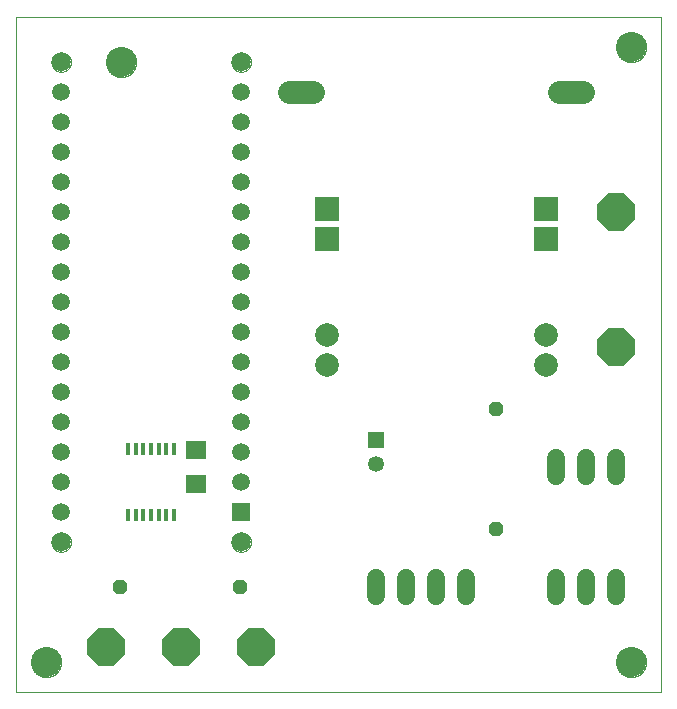
<source format=gbs>
G75*
%MOIN*%
%OFA0B0*%
%FSLAX25Y25*%
%IPPOS*%
%LPD*%
%AMOC8*
5,1,8,0,0,1.08239X$1,22.5*
%
%ADD10C,0.00000*%
%ADD11C,0.10000*%
%ADD12C,0.07800*%
%ADD13R,0.05906X0.05906*%
%ADD14C,0.05906*%
%ADD15C,0.06500*%
%ADD16OC8,0.12500*%
%ADD17R,0.01378X0.03937*%
%ADD18C,0.07874*%
%ADD19R,0.07874X0.07874*%
%ADD20C,0.06000*%
%ADD21R,0.05315X0.05315*%
%ADD22C,0.05315*%
%ADD23OC8,0.04800*%
%ADD24R,0.07098X0.06299*%
D10*
X0002667Y0001256D02*
X0002667Y0226217D01*
X0217667Y0226256D01*
X0217667Y0001256D01*
X0002667Y0001256D01*
X0007667Y0011256D02*
X0007669Y0011397D01*
X0007675Y0011538D01*
X0007685Y0011678D01*
X0007699Y0011818D01*
X0007717Y0011958D01*
X0007738Y0012097D01*
X0007764Y0012236D01*
X0007793Y0012374D01*
X0007827Y0012510D01*
X0007864Y0012646D01*
X0007905Y0012781D01*
X0007950Y0012915D01*
X0007999Y0013047D01*
X0008051Y0013178D01*
X0008107Y0013307D01*
X0008167Y0013434D01*
X0008230Y0013560D01*
X0008296Y0013684D01*
X0008367Y0013807D01*
X0008440Y0013927D01*
X0008517Y0014045D01*
X0008597Y0014161D01*
X0008681Y0014274D01*
X0008767Y0014385D01*
X0008857Y0014494D01*
X0008950Y0014600D01*
X0009045Y0014703D01*
X0009144Y0014804D01*
X0009245Y0014902D01*
X0009349Y0014997D01*
X0009456Y0015089D01*
X0009565Y0015178D01*
X0009677Y0015263D01*
X0009791Y0015346D01*
X0009907Y0015426D01*
X0010026Y0015502D01*
X0010147Y0015574D01*
X0010269Y0015644D01*
X0010394Y0015709D01*
X0010520Y0015772D01*
X0010648Y0015830D01*
X0010778Y0015885D01*
X0010909Y0015937D01*
X0011042Y0015984D01*
X0011176Y0016028D01*
X0011311Y0016069D01*
X0011447Y0016105D01*
X0011584Y0016137D01*
X0011722Y0016166D01*
X0011860Y0016191D01*
X0012000Y0016211D01*
X0012140Y0016228D01*
X0012280Y0016241D01*
X0012421Y0016250D01*
X0012561Y0016255D01*
X0012702Y0016256D01*
X0012843Y0016253D01*
X0012984Y0016246D01*
X0013124Y0016235D01*
X0013264Y0016220D01*
X0013404Y0016201D01*
X0013543Y0016179D01*
X0013681Y0016152D01*
X0013819Y0016122D01*
X0013955Y0016087D01*
X0014091Y0016049D01*
X0014225Y0016007D01*
X0014359Y0015961D01*
X0014491Y0015912D01*
X0014621Y0015858D01*
X0014750Y0015801D01*
X0014877Y0015741D01*
X0015003Y0015677D01*
X0015126Y0015609D01*
X0015248Y0015538D01*
X0015368Y0015464D01*
X0015485Y0015386D01*
X0015600Y0015305D01*
X0015713Y0015221D01*
X0015824Y0015134D01*
X0015932Y0015043D01*
X0016037Y0014950D01*
X0016140Y0014853D01*
X0016240Y0014754D01*
X0016337Y0014652D01*
X0016431Y0014547D01*
X0016522Y0014440D01*
X0016610Y0014330D01*
X0016695Y0014218D01*
X0016777Y0014103D01*
X0016856Y0013986D01*
X0016931Y0013867D01*
X0017003Y0013746D01*
X0017071Y0013623D01*
X0017136Y0013498D01*
X0017198Y0013371D01*
X0017255Y0013242D01*
X0017310Y0013112D01*
X0017360Y0012981D01*
X0017407Y0012848D01*
X0017450Y0012714D01*
X0017489Y0012578D01*
X0017524Y0012442D01*
X0017556Y0012305D01*
X0017583Y0012167D01*
X0017607Y0012028D01*
X0017627Y0011888D01*
X0017643Y0011748D01*
X0017655Y0011608D01*
X0017663Y0011467D01*
X0017667Y0011326D01*
X0017667Y0011186D01*
X0017663Y0011045D01*
X0017655Y0010904D01*
X0017643Y0010764D01*
X0017627Y0010624D01*
X0017607Y0010484D01*
X0017583Y0010345D01*
X0017556Y0010207D01*
X0017524Y0010070D01*
X0017489Y0009934D01*
X0017450Y0009798D01*
X0017407Y0009664D01*
X0017360Y0009531D01*
X0017310Y0009400D01*
X0017255Y0009270D01*
X0017198Y0009141D01*
X0017136Y0009014D01*
X0017071Y0008889D01*
X0017003Y0008766D01*
X0016931Y0008645D01*
X0016856Y0008526D01*
X0016777Y0008409D01*
X0016695Y0008294D01*
X0016610Y0008182D01*
X0016522Y0008072D01*
X0016431Y0007965D01*
X0016337Y0007860D01*
X0016240Y0007758D01*
X0016140Y0007659D01*
X0016037Y0007562D01*
X0015932Y0007469D01*
X0015824Y0007378D01*
X0015713Y0007291D01*
X0015600Y0007207D01*
X0015485Y0007126D01*
X0015368Y0007048D01*
X0015248Y0006974D01*
X0015126Y0006903D01*
X0015003Y0006835D01*
X0014877Y0006771D01*
X0014750Y0006711D01*
X0014621Y0006654D01*
X0014491Y0006600D01*
X0014359Y0006551D01*
X0014225Y0006505D01*
X0014091Y0006463D01*
X0013955Y0006425D01*
X0013819Y0006390D01*
X0013681Y0006360D01*
X0013543Y0006333D01*
X0013404Y0006311D01*
X0013264Y0006292D01*
X0013124Y0006277D01*
X0012984Y0006266D01*
X0012843Y0006259D01*
X0012702Y0006256D01*
X0012561Y0006257D01*
X0012421Y0006262D01*
X0012280Y0006271D01*
X0012140Y0006284D01*
X0012000Y0006301D01*
X0011860Y0006321D01*
X0011722Y0006346D01*
X0011584Y0006375D01*
X0011447Y0006407D01*
X0011311Y0006443D01*
X0011176Y0006484D01*
X0011042Y0006528D01*
X0010909Y0006575D01*
X0010778Y0006627D01*
X0010648Y0006682D01*
X0010520Y0006740D01*
X0010394Y0006803D01*
X0010269Y0006868D01*
X0010147Y0006938D01*
X0010026Y0007010D01*
X0009907Y0007086D01*
X0009791Y0007166D01*
X0009677Y0007249D01*
X0009565Y0007334D01*
X0009456Y0007423D01*
X0009349Y0007515D01*
X0009245Y0007610D01*
X0009144Y0007708D01*
X0009045Y0007809D01*
X0008950Y0007912D01*
X0008857Y0008018D01*
X0008767Y0008127D01*
X0008681Y0008238D01*
X0008597Y0008351D01*
X0008517Y0008467D01*
X0008440Y0008585D01*
X0008367Y0008705D01*
X0008296Y0008828D01*
X0008230Y0008952D01*
X0008167Y0009078D01*
X0008107Y0009205D01*
X0008051Y0009334D01*
X0007999Y0009465D01*
X0007950Y0009597D01*
X0007905Y0009731D01*
X0007864Y0009866D01*
X0007827Y0010002D01*
X0007793Y0010138D01*
X0007764Y0010276D01*
X0007738Y0010415D01*
X0007717Y0010554D01*
X0007699Y0010694D01*
X0007685Y0010834D01*
X0007675Y0010974D01*
X0007669Y0011115D01*
X0007667Y0011256D01*
X0014417Y0051256D02*
X0014419Y0051369D01*
X0014425Y0051483D01*
X0014435Y0051596D01*
X0014449Y0051708D01*
X0014466Y0051820D01*
X0014488Y0051932D01*
X0014514Y0052042D01*
X0014543Y0052152D01*
X0014576Y0052260D01*
X0014613Y0052368D01*
X0014654Y0052473D01*
X0014698Y0052578D01*
X0014746Y0052681D01*
X0014797Y0052782D01*
X0014852Y0052881D01*
X0014911Y0052978D01*
X0014973Y0053073D01*
X0015038Y0053166D01*
X0015106Y0053257D01*
X0015177Y0053345D01*
X0015252Y0053431D01*
X0015329Y0053514D01*
X0015409Y0053594D01*
X0015492Y0053671D01*
X0015578Y0053746D01*
X0015666Y0053817D01*
X0015757Y0053885D01*
X0015850Y0053950D01*
X0015945Y0054012D01*
X0016042Y0054071D01*
X0016141Y0054126D01*
X0016242Y0054177D01*
X0016345Y0054225D01*
X0016450Y0054269D01*
X0016555Y0054310D01*
X0016663Y0054347D01*
X0016771Y0054380D01*
X0016881Y0054409D01*
X0016991Y0054435D01*
X0017103Y0054457D01*
X0017215Y0054474D01*
X0017327Y0054488D01*
X0017440Y0054498D01*
X0017554Y0054504D01*
X0017667Y0054506D01*
X0017780Y0054504D01*
X0017894Y0054498D01*
X0018007Y0054488D01*
X0018119Y0054474D01*
X0018231Y0054457D01*
X0018343Y0054435D01*
X0018453Y0054409D01*
X0018563Y0054380D01*
X0018671Y0054347D01*
X0018779Y0054310D01*
X0018884Y0054269D01*
X0018989Y0054225D01*
X0019092Y0054177D01*
X0019193Y0054126D01*
X0019292Y0054071D01*
X0019389Y0054012D01*
X0019484Y0053950D01*
X0019577Y0053885D01*
X0019668Y0053817D01*
X0019756Y0053746D01*
X0019842Y0053671D01*
X0019925Y0053594D01*
X0020005Y0053514D01*
X0020082Y0053431D01*
X0020157Y0053345D01*
X0020228Y0053257D01*
X0020296Y0053166D01*
X0020361Y0053073D01*
X0020423Y0052978D01*
X0020482Y0052881D01*
X0020537Y0052782D01*
X0020588Y0052681D01*
X0020636Y0052578D01*
X0020680Y0052473D01*
X0020721Y0052368D01*
X0020758Y0052260D01*
X0020791Y0052152D01*
X0020820Y0052042D01*
X0020846Y0051932D01*
X0020868Y0051820D01*
X0020885Y0051708D01*
X0020899Y0051596D01*
X0020909Y0051483D01*
X0020915Y0051369D01*
X0020917Y0051256D01*
X0020915Y0051143D01*
X0020909Y0051029D01*
X0020899Y0050916D01*
X0020885Y0050804D01*
X0020868Y0050692D01*
X0020846Y0050580D01*
X0020820Y0050470D01*
X0020791Y0050360D01*
X0020758Y0050252D01*
X0020721Y0050144D01*
X0020680Y0050039D01*
X0020636Y0049934D01*
X0020588Y0049831D01*
X0020537Y0049730D01*
X0020482Y0049631D01*
X0020423Y0049534D01*
X0020361Y0049439D01*
X0020296Y0049346D01*
X0020228Y0049255D01*
X0020157Y0049167D01*
X0020082Y0049081D01*
X0020005Y0048998D01*
X0019925Y0048918D01*
X0019842Y0048841D01*
X0019756Y0048766D01*
X0019668Y0048695D01*
X0019577Y0048627D01*
X0019484Y0048562D01*
X0019389Y0048500D01*
X0019292Y0048441D01*
X0019193Y0048386D01*
X0019092Y0048335D01*
X0018989Y0048287D01*
X0018884Y0048243D01*
X0018779Y0048202D01*
X0018671Y0048165D01*
X0018563Y0048132D01*
X0018453Y0048103D01*
X0018343Y0048077D01*
X0018231Y0048055D01*
X0018119Y0048038D01*
X0018007Y0048024D01*
X0017894Y0048014D01*
X0017780Y0048008D01*
X0017667Y0048006D01*
X0017554Y0048008D01*
X0017440Y0048014D01*
X0017327Y0048024D01*
X0017215Y0048038D01*
X0017103Y0048055D01*
X0016991Y0048077D01*
X0016881Y0048103D01*
X0016771Y0048132D01*
X0016663Y0048165D01*
X0016555Y0048202D01*
X0016450Y0048243D01*
X0016345Y0048287D01*
X0016242Y0048335D01*
X0016141Y0048386D01*
X0016042Y0048441D01*
X0015945Y0048500D01*
X0015850Y0048562D01*
X0015757Y0048627D01*
X0015666Y0048695D01*
X0015578Y0048766D01*
X0015492Y0048841D01*
X0015409Y0048918D01*
X0015329Y0048998D01*
X0015252Y0049081D01*
X0015177Y0049167D01*
X0015106Y0049255D01*
X0015038Y0049346D01*
X0014973Y0049439D01*
X0014911Y0049534D01*
X0014852Y0049631D01*
X0014797Y0049730D01*
X0014746Y0049831D01*
X0014698Y0049934D01*
X0014654Y0050039D01*
X0014613Y0050144D01*
X0014576Y0050252D01*
X0014543Y0050360D01*
X0014514Y0050470D01*
X0014488Y0050580D01*
X0014466Y0050692D01*
X0014449Y0050804D01*
X0014435Y0050916D01*
X0014425Y0051029D01*
X0014419Y0051143D01*
X0014417Y0051256D01*
X0074417Y0051256D02*
X0074419Y0051369D01*
X0074425Y0051483D01*
X0074435Y0051596D01*
X0074449Y0051708D01*
X0074466Y0051820D01*
X0074488Y0051932D01*
X0074514Y0052042D01*
X0074543Y0052152D01*
X0074576Y0052260D01*
X0074613Y0052368D01*
X0074654Y0052473D01*
X0074698Y0052578D01*
X0074746Y0052681D01*
X0074797Y0052782D01*
X0074852Y0052881D01*
X0074911Y0052978D01*
X0074973Y0053073D01*
X0075038Y0053166D01*
X0075106Y0053257D01*
X0075177Y0053345D01*
X0075252Y0053431D01*
X0075329Y0053514D01*
X0075409Y0053594D01*
X0075492Y0053671D01*
X0075578Y0053746D01*
X0075666Y0053817D01*
X0075757Y0053885D01*
X0075850Y0053950D01*
X0075945Y0054012D01*
X0076042Y0054071D01*
X0076141Y0054126D01*
X0076242Y0054177D01*
X0076345Y0054225D01*
X0076450Y0054269D01*
X0076555Y0054310D01*
X0076663Y0054347D01*
X0076771Y0054380D01*
X0076881Y0054409D01*
X0076991Y0054435D01*
X0077103Y0054457D01*
X0077215Y0054474D01*
X0077327Y0054488D01*
X0077440Y0054498D01*
X0077554Y0054504D01*
X0077667Y0054506D01*
X0077780Y0054504D01*
X0077894Y0054498D01*
X0078007Y0054488D01*
X0078119Y0054474D01*
X0078231Y0054457D01*
X0078343Y0054435D01*
X0078453Y0054409D01*
X0078563Y0054380D01*
X0078671Y0054347D01*
X0078779Y0054310D01*
X0078884Y0054269D01*
X0078989Y0054225D01*
X0079092Y0054177D01*
X0079193Y0054126D01*
X0079292Y0054071D01*
X0079389Y0054012D01*
X0079484Y0053950D01*
X0079577Y0053885D01*
X0079668Y0053817D01*
X0079756Y0053746D01*
X0079842Y0053671D01*
X0079925Y0053594D01*
X0080005Y0053514D01*
X0080082Y0053431D01*
X0080157Y0053345D01*
X0080228Y0053257D01*
X0080296Y0053166D01*
X0080361Y0053073D01*
X0080423Y0052978D01*
X0080482Y0052881D01*
X0080537Y0052782D01*
X0080588Y0052681D01*
X0080636Y0052578D01*
X0080680Y0052473D01*
X0080721Y0052368D01*
X0080758Y0052260D01*
X0080791Y0052152D01*
X0080820Y0052042D01*
X0080846Y0051932D01*
X0080868Y0051820D01*
X0080885Y0051708D01*
X0080899Y0051596D01*
X0080909Y0051483D01*
X0080915Y0051369D01*
X0080917Y0051256D01*
X0080915Y0051143D01*
X0080909Y0051029D01*
X0080899Y0050916D01*
X0080885Y0050804D01*
X0080868Y0050692D01*
X0080846Y0050580D01*
X0080820Y0050470D01*
X0080791Y0050360D01*
X0080758Y0050252D01*
X0080721Y0050144D01*
X0080680Y0050039D01*
X0080636Y0049934D01*
X0080588Y0049831D01*
X0080537Y0049730D01*
X0080482Y0049631D01*
X0080423Y0049534D01*
X0080361Y0049439D01*
X0080296Y0049346D01*
X0080228Y0049255D01*
X0080157Y0049167D01*
X0080082Y0049081D01*
X0080005Y0048998D01*
X0079925Y0048918D01*
X0079842Y0048841D01*
X0079756Y0048766D01*
X0079668Y0048695D01*
X0079577Y0048627D01*
X0079484Y0048562D01*
X0079389Y0048500D01*
X0079292Y0048441D01*
X0079193Y0048386D01*
X0079092Y0048335D01*
X0078989Y0048287D01*
X0078884Y0048243D01*
X0078779Y0048202D01*
X0078671Y0048165D01*
X0078563Y0048132D01*
X0078453Y0048103D01*
X0078343Y0048077D01*
X0078231Y0048055D01*
X0078119Y0048038D01*
X0078007Y0048024D01*
X0077894Y0048014D01*
X0077780Y0048008D01*
X0077667Y0048006D01*
X0077554Y0048008D01*
X0077440Y0048014D01*
X0077327Y0048024D01*
X0077215Y0048038D01*
X0077103Y0048055D01*
X0076991Y0048077D01*
X0076881Y0048103D01*
X0076771Y0048132D01*
X0076663Y0048165D01*
X0076555Y0048202D01*
X0076450Y0048243D01*
X0076345Y0048287D01*
X0076242Y0048335D01*
X0076141Y0048386D01*
X0076042Y0048441D01*
X0075945Y0048500D01*
X0075850Y0048562D01*
X0075757Y0048627D01*
X0075666Y0048695D01*
X0075578Y0048766D01*
X0075492Y0048841D01*
X0075409Y0048918D01*
X0075329Y0048998D01*
X0075252Y0049081D01*
X0075177Y0049167D01*
X0075106Y0049255D01*
X0075038Y0049346D01*
X0074973Y0049439D01*
X0074911Y0049534D01*
X0074852Y0049631D01*
X0074797Y0049730D01*
X0074746Y0049831D01*
X0074698Y0049934D01*
X0074654Y0050039D01*
X0074613Y0050144D01*
X0074576Y0050252D01*
X0074543Y0050360D01*
X0074514Y0050470D01*
X0074488Y0050580D01*
X0074466Y0050692D01*
X0074449Y0050804D01*
X0074435Y0050916D01*
X0074425Y0051029D01*
X0074419Y0051143D01*
X0074417Y0051256D01*
X0202667Y0011256D02*
X0202669Y0011397D01*
X0202675Y0011538D01*
X0202685Y0011678D01*
X0202699Y0011818D01*
X0202717Y0011958D01*
X0202738Y0012097D01*
X0202764Y0012236D01*
X0202793Y0012374D01*
X0202827Y0012510D01*
X0202864Y0012646D01*
X0202905Y0012781D01*
X0202950Y0012915D01*
X0202999Y0013047D01*
X0203051Y0013178D01*
X0203107Y0013307D01*
X0203167Y0013434D01*
X0203230Y0013560D01*
X0203296Y0013684D01*
X0203367Y0013807D01*
X0203440Y0013927D01*
X0203517Y0014045D01*
X0203597Y0014161D01*
X0203681Y0014274D01*
X0203767Y0014385D01*
X0203857Y0014494D01*
X0203950Y0014600D01*
X0204045Y0014703D01*
X0204144Y0014804D01*
X0204245Y0014902D01*
X0204349Y0014997D01*
X0204456Y0015089D01*
X0204565Y0015178D01*
X0204677Y0015263D01*
X0204791Y0015346D01*
X0204907Y0015426D01*
X0205026Y0015502D01*
X0205147Y0015574D01*
X0205269Y0015644D01*
X0205394Y0015709D01*
X0205520Y0015772D01*
X0205648Y0015830D01*
X0205778Y0015885D01*
X0205909Y0015937D01*
X0206042Y0015984D01*
X0206176Y0016028D01*
X0206311Y0016069D01*
X0206447Y0016105D01*
X0206584Y0016137D01*
X0206722Y0016166D01*
X0206860Y0016191D01*
X0207000Y0016211D01*
X0207140Y0016228D01*
X0207280Y0016241D01*
X0207421Y0016250D01*
X0207561Y0016255D01*
X0207702Y0016256D01*
X0207843Y0016253D01*
X0207984Y0016246D01*
X0208124Y0016235D01*
X0208264Y0016220D01*
X0208404Y0016201D01*
X0208543Y0016179D01*
X0208681Y0016152D01*
X0208819Y0016122D01*
X0208955Y0016087D01*
X0209091Y0016049D01*
X0209225Y0016007D01*
X0209359Y0015961D01*
X0209491Y0015912D01*
X0209621Y0015858D01*
X0209750Y0015801D01*
X0209877Y0015741D01*
X0210003Y0015677D01*
X0210126Y0015609D01*
X0210248Y0015538D01*
X0210368Y0015464D01*
X0210485Y0015386D01*
X0210600Y0015305D01*
X0210713Y0015221D01*
X0210824Y0015134D01*
X0210932Y0015043D01*
X0211037Y0014950D01*
X0211140Y0014853D01*
X0211240Y0014754D01*
X0211337Y0014652D01*
X0211431Y0014547D01*
X0211522Y0014440D01*
X0211610Y0014330D01*
X0211695Y0014218D01*
X0211777Y0014103D01*
X0211856Y0013986D01*
X0211931Y0013867D01*
X0212003Y0013746D01*
X0212071Y0013623D01*
X0212136Y0013498D01*
X0212198Y0013371D01*
X0212255Y0013242D01*
X0212310Y0013112D01*
X0212360Y0012981D01*
X0212407Y0012848D01*
X0212450Y0012714D01*
X0212489Y0012578D01*
X0212524Y0012442D01*
X0212556Y0012305D01*
X0212583Y0012167D01*
X0212607Y0012028D01*
X0212627Y0011888D01*
X0212643Y0011748D01*
X0212655Y0011608D01*
X0212663Y0011467D01*
X0212667Y0011326D01*
X0212667Y0011186D01*
X0212663Y0011045D01*
X0212655Y0010904D01*
X0212643Y0010764D01*
X0212627Y0010624D01*
X0212607Y0010484D01*
X0212583Y0010345D01*
X0212556Y0010207D01*
X0212524Y0010070D01*
X0212489Y0009934D01*
X0212450Y0009798D01*
X0212407Y0009664D01*
X0212360Y0009531D01*
X0212310Y0009400D01*
X0212255Y0009270D01*
X0212198Y0009141D01*
X0212136Y0009014D01*
X0212071Y0008889D01*
X0212003Y0008766D01*
X0211931Y0008645D01*
X0211856Y0008526D01*
X0211777Y0008409D01*
X0211695Y0008294D01*
X0211610Y0008182D01*
X0211522Y0008072D01*
X0211431Y0007965D01*
X0211337Y0007860D01*
X0211240Y0007758D01*
X0211140Y0007659D01*
X0211037Y0007562D01*
X0210932Y0007469D01*
X0210824Y0007378D01*
X0210713Y0007291D01*
X0210600Y0007207D01*
X0210485Y0007126D01*
X0210368Y0007048D01*
X0210248Y0006974D01*
X0210126Y0006903D01*
X0210003Y0006835D01*
X0209877Y0006771D01*
X0209750Y0006711D01*
X0209621Y0006654D01*
X0209491Y0006600D01*
X0209359Y0006551D01*
X0209225Y0006505D01*
X0209091Y0006463D01*
X0208955Y0006425D01*
X0208819Y0006390D01*
X0208681Y0006360D01*
X0208543Y0006333D01*
X0208404Y0006311D01*
X0208264Y0006292D01*
X0208124Y0006277D01*
X0207984Y0006266D01*
X0207843Y0006259D01*
X0207702Y0006256D01*
X0207561Y0006257D01*
X0207421Y0006262D01*
X0207280Y0006271D01*
X0207140Y0006284D01*
X0207000Y0006301D01*
X0206860Y0006321D01*
X0206722Y0006346D01*
X0206584Y0006375D01*
X0206447Y0006407D01*
X0206311Y0006443D01*
X0206176Y0006484D01*
X0206042Y0006528D01*
X0205909Y0006575D01*
X0205778Y0006627D01*
X0205648Y0006682D01*
X0205520Y0006740D01*
X0205394Y0006803D01*
X0205269Y0006868D01*
X0205147Y0006938D01*
X0205026Y0007010D01*
X0204907Y0007086D01*
X0204791Y0007166D01*
X0204677Y0007249D01*
X0204565Y0007334D01*
X0204456Y0007423D01*
X0204349Y0007515D01*
X0204245Y0007610D01*
X0204144Y0007708D01*
X0204045Y0007809D01*
X0203950Y0007912D01*
X0203857Y0008018D01*
X0203767Y0008127D01*
X0203681Y0008238D01*
X0203597Y0008351D01*
X0203517Y0008467D01*
X0203440Y0008585D01*
X0203367Y0008705D01*
X0203296Y0008828D01*
X0203230Y0008952D01*
X0203167Y0009078D01*
X0203107Y0009205D01*
X0203051Y0009334D01*
X0202999Y0009465D01*
X0202950Y0009597D01*
X0202905Y0009731D01*
X0202864Y0009866D01*
X0202827Y0010002D01*
X0202793Y0010138D01*
X0202764Y0010276D01*
X0202738Y0010415D01*
X0202717Y0010554D01*
X0202699Y0010694D01*
X0202685Y0010834D01*
X0202675Y0010974D01*
X0202669Y0011115D01*
X0202667Y0011256D01*
X0074417Y0211256D02*
X0074419Y0211369D01*
X0074425Y0211483D01*
X0074435Y0211596D01*
X0074449Y0211708D01*
X0074466Y0211820D01*
X0074488Y0211932D01*
X0074514Y0212042D01*
X0074543Y0212152D01*
X0074576Y0212260D01*
X0074613Y0212368D01*
X0074654Y0212473D01*
X0074698Y0212578D01*
X0074746Y0212681D01*
X0074797Y0212782D01*
X0074852Y0212881D01*
X0074911Y0212978D01*
X0074973Y0213073D01*
X0075038Y0213166D01*
X0075106Y0213257D01*
X0075177Y0213345D01*
X0075252Y0213431D01*
X0075329Y0213514D01*
X0075409Y0213594D01*
X0075492Y0213671D01*
X0075578Y0213746D01*
X0075666Y0213817D01*
X0075757Y0213885D01*
X0075850Y0213950D01*
X0075945Y0214012D01*
X0076042Y0214071D01*
X0076141Y0214126D01*
X0076242Y0214177D01*
X0076345Y0214225D01*
X0076450Y0214269D01*
X0076555Y0214310D01*
X0076663Y0214347D01*
X0076771Y0214380D01*
X0076881Y0214409D01*
X0076991Y0214435D01*
X0077103Y0214457D01*
X0077215Y0214474D01*
X0077327Y0214488D01*
X0077440Y0214498D01*
X0077554Y0214504D01*
X0077667Y0214506D01*
X0077780Y0214504D01*
X0077894Y0214498D01*
X0078007Y0214488D01*
X0078119Y0214474D01*
X0078231Y0214457D01*
X0078343Y0214435D01*
X0078453Y0214409D01*
X0078563Y0214380D01*
X0078671Y0214347D01*
X0078779Y0214310D01*
X0078884Y0214269D01*
X0078989Y0214225D01*
X0079092Y0214177D01*
X0079193Y0214126D01*
X0079292Y0214071D01*
X0079389Y0214012D01*
X0079484Y0213950D01*
X0079577Y0213885D01*
X0079668Y0213817D01*
X0079756Y0213746D01*
X0079842Y0213671D01*
X0079925Y0213594D01*
X0080005Y0213514D01*
X0080082Y0213431D01*
X0080157Y0213345D01*
X0080228Y0213257D01*
X0080296Y0213166D01*
X0080361Y0213073D01*
X0080423Y0212978D01*
X0080482Y0212881D01*
X0080537Y0212782D01*
X0080588Y0212681D01*
X0080636Y0212578D01*
X0080680Y0212473D01*
X0080721Y0212368D01*
X0080758Y0212260D01*
X0080791Y0212152D01*
X0080820Y0212042D01*
X0080846Y0211932D01*
X0080868Y0211820D01*
X0080885Y0211708D01*
X0080899Y0211596D01*
X0080909Y0211483D01*
X0080915Y0211369D01*
X0080917Y0211256D01*
X0080915Y0211143D01*
X0080909Y0211029D01*
X0080899Y0210916D01*
X0080885Y0210804D01*
X0080868Y0210692D01*
X0080846Y0210580D01*
X0080820Y0210470D01*
X0080791Y0210360D01*
X0080758Y0210252D01*
X0080721Y0210144D01*
X0080680Y0210039D01*
X0080636Y0209934D01*
X0080588Y0209831D01*
X0080537Y0209730D01*
X0080482Y0209631D01*
X0080423Y0209534D01*
X0080361Y0209439D01*
X0080296Y0209346D01*
X0080228Y0209255D01*
X0080157Y0209167D01*
X0080082Y0209081D01*
X0080005Y0208998D01*
X0079925Y0208918D01*
X0079842Y0208841D01*
X0079756Y0208766D01*
X0079668Y0208695D01*
X0079577Y0208627D01*
X0079484Y0208562D01*
X0079389Y0208500D01*
X0079292Y0208441D01*
X0079193Y0208386D01*
X0079092Y0208335D01*
X0078989Y0208287D01*
X0078884Y0208243D01*
X0078779Y0208202D01*
X0078671Y0208165D01*
X0078563Y0208132D01*
X0078453Y0208103D01*
X0078343Y0208077D01*
X0078231Y0208055D01*
X0078119Y0208038D01*
X0078007Y0208024D01*
X0077894Y0208014D01*
X0077780Y0208008D01*
X0077667Y0208006D01*
X0077554Y0208008D01*
X0077440Y0208014D01*
X0077327Y0208024D01*
X0077215Y0208038D01*
X0077103Y0208055D01*
X0076991Y0208077D01*
X0076881Y0208103D01*
X0076771Y0208132D01*
X0076663Y0208165D01*
X0076555Y0208202D01*
X0076450Y0208243D01*
X0076345Y0208287D01*
X0076242Y0208335D01*
X0076141Y0208386D01*
X0076042Y0208441D01*
X0075945Y0208500D01*
X0075850Y0208562D01*
X0075757Y0208627D01*
X0075666Y0208695D01*
X0075578Y0208766D01*
X0075492Y0208841D01*
X0075409Y0208918D01*
X0075329Y0208998D01*
X0075252Y0209081D01*
X0075177Y0209167D01*
X0075106Y0209255D01*
X0075038Y0209346D01*
X0074973Y0209439D01*
X0074911Y0209534D01*
X0074852Y0209631D01*
X0074797Y0209730D01*
X0074746Y0209831D01*
X0074698Y0209934D01*
X0074654Y0210039D01*
X0074613Y0210144D01*
X0074576Y0210252D01*
X0074543Y0210360D01*
X0074514Y0210470D01*
X0074488Y0210580D01*
X0074466Y0210692D01*
X0074449Y0210804D01*
X0074435Y0210916D01*
X0074425Y0211029D01*
X0074419Y0211143D01*
X0074417Y0211256D01*
X0032667Y0211256D02*
X0032669Y0211397D01*
X0032675Y0211538D01*
X0032685Y0211678D01*
X0032699Y0211818D01*
X0032717Y0211958D01*
X0032738Y0212097D01*
X0032764Y0212236D01*
X0032793Y0212374D01*
X0032827Y0212510D01*
X0032864Y0212646D01*
X0032905Y0212781D01*
X0032950Y0212915D01*
X0032999Y0213047D01*
X0033051Y0213178D01*
X0033107Y0213307D01*
X0033167Y0213434D01*
X0033230Y0213560D01*
X0033296Y0213684D01*
X0033367Y0213807D01*
X0033440Y0213927D01*
X0033517Y0214045D01*
X0033597Y0214161D01*
X0033681Y0214274D01*
X0033767Y0214385D01*
X0033857Y0214494D01*
X0033950Y0214600D01*
X0034045Y0214703D01*
X0034144Y0214804D01*
X0034245Y0214902D01*
X0034349Y0214997D01*
X0034456Y0215089D01*
X0034565Y0215178D01*
X0034677Y0215263D01*
X0034791Y0215346D01*
X0034907Y0215426D01*
X0035026Y0215502D01*
X0035147Y0215574D01*
X0035269Y0215644D01*
X0035394Y0215709D01*
X0035520Y0215772D01*
X0035648Y0215830D01*
X0035778Y0215885D01*
X0035909Y0215937D01*
X0036042Y0215984D01*
X0036176Y0216028D01*
X0036311Y0216069D01*
X0036447Y0216105D01*
X0036584Y0216137D01*
X0036722Y0216166D01*
X0036860Y0216191D01*
X0037000Y0216211D01*
X0037140Y0216228D01*
X0037280Y0216241D01*
X0037421Y0216250D01*
X0037561Y0216255D01*
X0037702Y0216256D01*
X0037843Y0216253D01*
X0037984Y0216246D01*
X0038124Y0216235D01*
X0038264Y0216220D01*
X0038404Y0216201D01*
X0038543Y0216179D01*
X0038681Y0216152D01*
X0038819Y0216122D01*
X0038955Y0216087D01*
X0039091Y0216049D01*
X0039225Y0216007D01*
X0039359Y0215961D01*
X0039491Y0215912D01*
X0039621Y0215858D01*
X0039750Y0215801D01*
X0039877Y0215741D01*
X0040003Y0215677D01*
X0040126Y0215609D01*
X0040248Y0215538D01*
X0040368Y0215464D01*
X0040485Y0215386D01*
X0040600Y0215305D01*
X0040713Y0215221D01*
X0040824Y0215134D01*
X0040932Y0215043D01*
X0041037Y0214950D01*
X0041140Y0214853D01*
X0041240Y0214754D01*
X0041337Y0214652D01*
X0041431Y0214547D01*
X0041522Y0214440D01*
X0041610Y0214330D01*
X0041695Y0214218D01*
X0041777Y0214103D01*
X0041856Y0213986D01*
X0041931Y0213867D01*
X0042003Y0213746D01*
X0042071Y0213623D01*
X0042136Y0213498D01*
X0042198Y0213371D01*
X0042255Y0213242D01*
X0042310Y0213112D01*
X0042360Y0212981D01*
X0042407Y0212848D01*
X0042450Y0212714D01*
X0042489Y0212578D01*
X0042524Y0212442D01*
X0042556Y0212305D01*
X0042583Y0212167D01*
X0042607Y0212028D01*
X0042627Y0211888D01*
X0042643Y0211748D01*
X0042655Y0211608D01*
X0042663Y0211467D01*
X0042667Y0211326D01*
X0042667Y0211186D01*
X0042663Y0211045D01*
X0042655Y0210904D01*
X0042643Y0210764D01*
X0042627Y0210624D01*
X0042607Y0210484D01*
X0042583Y0210345D01*
X0042556Y0210207D01*
X0042524Y0210070D01*
X0042489Y0209934D01*
X0042450Y0209798D01*
X0042407Y0209664D01*
X0042360Y0209531D01*
X0042310Y0209400D01*
X0042255Y0209270D01*
X0042198Y0209141D01*
X0042136Y0209014D01*
X0042071Y0208889D01*
X0042003Y0208766D01*
X0041931Y0208645D01*
X0041856Y0208526D01*
X0041777Y0208409D01*
X0041695Y0208294D01*
X0041610Y0208182D01*
X0041522Y0208072D01*
X0041431Y0207965D01*
X0041337Y0207860D01*
X0041240Y0207758D01*
X0041140Y0207659D01*
X0041037Y0207562D01*
X0040932Y0207469D01*
X0040824Y0207378D01*
X0040713Y0207291D01*
X0040600Y0207207D01*
X0040485Y0207126D01*
X0040368Y0207048D01*
X0040248Y0206974D01*
X0040126Y0206903D01*
X0040003Y0206835D01*
X0039877Y0206771D01*
X0039750Y0206711D01*
X0039621Y0206654D01*
X0039491Y0206600D01*
X0039359Y0206551D01*
X0039225Y0206505D01*
X0039091Y0206463D01*
X0038955Y0206425D01*
X0038819Y0206390D01*
X0038681Y0206360D01*
X0038543Y0206333D01*
X0038404Y0206311D01*
X0038264Y0206292D01*
X0038124Y0206277D01*
X0037984Y0206266D01*
X0037843Y0206259D01*
X0037702Y0206256D01*
X0037561Y0206257D01*
X0037421Y0206262D01*
X0037280Y0206271D01*
X0037140Y0206284D01*
X0037000Y0206301D01*
X0036860Y0206321D01*
X0036722Y0206346D01*
X0036584Y0206375D01*
X0036447Y0206407D01*
X0036311Y0206443D01*
X0036176Y0206484D01*
X0036042Y0206528D01*
X0035909Y0206575D01*
X0035778Y0206627D01*
X0035648Y0206682D01*
X0035520Y0206740D01*
X0035394Y0206803D01*
X0035269Y0206868D01*
X0035147Y0206938D01*
X0035026Y0207010D01*
X0034907Y0207086D01*
X0034791Y0207166D01*
X0034677Y0207249D01*
X0034565Y0207334D01*
X0034456Y0207423D01*
X0034349Y0207515D01*
X0034245Y0207610D01*
X0034144Y0207708D01*
X0034045Y0207809D01*
X0033950Y0207912D01*
X0033857Y0208018D01*
X0033767Y0208127D01*
X0033681Y0208238D01*
X0033597Y0208351D01*
X0033517Y0208467D01*
X0033440Y0208585D01*
X0033367Y0208705D01*
X0033296Y0208828D01*
X0033230Y0208952D01*
X0033167Y0209078D01*
X0033107Y0209205D01*
X0033051Y0209334D01*
X0032999Y0209465D01*
X0032950Y0209597D01*
X0032905Y0209731D01*
X0032864Y0209866D01*
X0032827Y0210002D01*
X0032793Y0210138D01*
X0032764Y0210276D01*
X0032738Y0210415D01*
X0032717Y0210554D01*
X0032699Y0210694D01*
X0032685Y0210834D01*
X0032675Y0210974D01*
X0032669Y0211115D01*
X0032667Y0211256D01*
X0014417Y0211256D02*
X0014419Y0211369D01*
X0014425Y0211483D01*
X0014435Y0211596D01*
X0014449Y0211708D01*
X0014466Y0211820D01*
X0014488Y0211932D01*
X0014514Y0212042D01*
X0014543Y0212152D01*
X0014576Y0212260D01*
X0014613Y0212368D01*
X0014654Y0212473D01*
X0014698Y0212578D01*
X0014746Y0212681D01*
X0014797Y0212782D01*
X0014852Y0212881D01*
X0014911Y0212978D01*
X0014973Y0213073D01*
X0015038Y0213166D01*
X0015106Y0213257D01*
X0015177Y0213345D01*
X0015252Y0213431D01*
X0015329Y0213514D01*
X0015409Y0213594D01*
X0015492Y0213671D01*
X0015578Y0213746D01*
X0015666Y0213817D01*
X0015757Y0213885D01*
X0015850Y0213950D01*
X0015945Y0214012D01*
X0016042Y0214071D01*
X0016141Y0214126D01*
X0016242Y0214177D01*
X0016345Y0214225D01*
X0016450Y0214269D01*
X0016555Y0214310D01*
X0016663Y0214347D01*
X0016771Y0214380D01*
X0016881Y0214409D01*
X0016991Y0214435D01*
X0017103Y0214457D01*
X0017215Y0214474D01*
X0017327Y0214488D01*
X0017440Y0214498D01*
X0017554Y0214504D01*
X0017667Y0214506D01*
X0017780Y0214504D01*
X0017894Y0214498D01*
X0018007Y0214488D01*
X0018119Y0214474D01*
X0018231Y0214457D01*
X0018343Y0214435D01*
X0018453Y0214409D01*
X0018563Y0214380D01*
X0018671Y0214347D01*
X0018779Y0214310D01*
X0018884Y0214269D01*
X0018989Y0214225D01*
X0019092Y0214177D01*
X0019193Y0214126D01*
X0019292Y0214071D01*
X0019389Y0214012D01*
X0019484Y0213950D01*
X0019577Y0213885D01*
X0019668Y0213817D01*
X0019756Y0213746D01*
X0019842Y0213671D01*
X0019925Y0213594D01*
X0020005Y0213514D01*
X0020082Y0213431D01*
X0020157Y0213345D01*
X0020228Y0213257D01*
X0020296Y0213166D01*
X0020361Y0213073D01*
X0020423Y0212978D01*
X0020482Y0212881D01*
X0020537Y0212782D01*
X0020588Y0212681D01*
X0020636Y0212578D01*
X0020680Y0212473D01*
X0020721Y0212368D01*
X0020758Y0212260D01*
X0020791Y0212152D01*
X0020820Y0212042D01*
X0020846Y0211932D01*
X0020868Y0211820D01*
X0020885Y0211708D01*
X0020899Y0211596D01*
X0020909Y0211483D01*
X0020915Y0211369D01*
X0020917Y0211256D01*
X0020915Y0211143D01*
X0020909Y0211029D01*
X0020899Y0210916D01*
X0020885Y0210804D01*
X0020868Y0210692D01*
X0020846Y0210580D01*
X0020820Y0210470D01*
X0020791Y0210360D01*
X0020758Y0210252D01*
X0020721Y0210144D01*
X0020680Y0210039D01*
X0020636Y0209934D01*
X0020588Y0209831D01*
X0020537Y0209730D01*
X0020482Y0209631D01*
X0020423Y0209534D01*
X0020361Y0209439D01*
X0020296Y0209346D01*
X0020228Y0209255D01*
X0020157Y0209167D01*
X0020082Y0209081D01*
X0020005Y0208998D01*
X0019925Y0208918D01*
X0019842Y0208841D01*
X0019756Y0208766D01*
X0019668Y0208695D01*
X0019577Y0208627D01*
X0019484Y0208562D01*
X0019389Y0208500D01*
X0019292Y0208441D01*
X0019193Y0208386D01*
X0019092Y0208335D01*
X0018989Y0208287D01*
X0018884Y0208243D01*
X0018779Y0208202D01*
X0018671Y0208165D01*
X0018563Y0208132D01*
X0018453Y0208103D01*
X0018343Y0208077D01*
X0018231Y0208055D01*
X0018119Y0208038D01*
X0018007Y0208024D01*
X0017894Y0208014D01*
X0017780Y0208008D01*
X0017667Y0208006D01*
X0017554Y0208008D01*
X0017440Y0208014D01*
X0017327Y0208024D01*
X0017215Y0208038D01*
X0017103Y0208055D01*
X0016991Y0208077D01*
X0016881Y0208103D01*
X0016771Y0208132D01*
X0016663Y0208165D01*
X0016555Y0208202D01*
X0016450Y0208243D01*
X0016345Y0208287D01*
X0016242Y0208335D01*
X0016141Y0208386D01*
X0016042Y0208441D01*
X0015945Y0208500D01*
X0015850Y0208562D01*
X0015757Y0208627D01*
X0015666Y0208695D01*
X0015578Y0208766D01*
X0015492Y0208841D01*
X0015409Y0208918D01*
X0015329Y0208998D01*
X0015252Y0209081D01*
X0015177Y0209167D01*
X0015106Y0209255D01*
X0015038Y0209346D01*
X0014973Y0209439D01*
X0014911Y0209534D01*
X0014852Y0209631D01*
X0014797Y0209730D01*
X0014746Y0209831D01*
X0014698Y0209934D01*
X0014654Y0210039D01*
X0014613Y0210144D01*
X0014576Y0210252D01*
X0014543Y0210360D01*
X0014514Y0210470D01*
X0014488Y0210580D01*
X0014466Y0210692D01*
X0014449Y0210804D01*
X0014435Y0210916D01*
X0014425Y0211029D01*
X0014419Y0211143D01*
X0014417Y0211256D01*
X0202667Y0216256D02*
X0202669Y0216397D01*
X0202675Y0216538D01*
X0202685Y0216678D01*
X0202699Y0216818D01*
X0202717Y0216958D01*
X0202738Y0217097D01*
X0202764Y0217236D01*
X0202793Y0217374D01*
X0202827Y0217510D01*
X0202864Y0217646D01*
X0202905Y0217781D01*
X0202950Y0217915D01*
X0202999Y0218047D01*
X0203051Y0218178D01*
X0203107Y0218307D01*
X0203167Y0218434D01*
X0203230Y0218560D01*
X0203296Y0218684D01*
X0203367Y0218807D01*
X0203440Y0218927D01*
X0203517Y0219045D01*
X0203597Y0219161D01*
X0203681Y0219274D01*
X0203767Y0219385D01*
X0203857Y0219494D01*
X0203950Y0219600D01*
X0204045Y0219703D01*
X0204144Y0219804D01*
X0204245Y0219902D01*
X0204349Y0219997D01*
X0204456Y0220089D01*
X0204565Y0220178D01*
X0204677Y0220263D01*
X0204791Y0220346D01*
X0204907Y0220426D01*
X0205026Y0220502D01*
X0205147Y0220574D01*
X0205269Y0220644D01*
X0205394Y0220709D01*
X0205520Y0220772D01*
X0205648Y0220830D01*
X0205778Y0220885D01*
X0205909Y0220937D01*
X0206042Y0220984D01*
X0206176Y0221028D01*
X0206311Y0221069D01*
X0206447Y0221105D01*
X0206584Y0221137D01*
X0206722Y0221166D01*
X0206860Y0221191D01*
X0207000Y0221211D01*
X0207140Y0221228D01*
X0207280Y0221241D01*
X0207421Y0221250D01*
X0207561Y0221255D01*
X0207702Y0221256D01*
X0207843Y0221253D01*
X0207984Y0221246D01*
X0208124Y0221235D01*
X0208264Y0221220D01*
X0208404Y0221201D01*
X0208543Y0221179D01*
X0208681Y0221152D01*
X0208819Y0221122D01*
X0208955Y0221087D01*
X0209091Y0221049D01*
X0209225Y0221007D01*
X0209359Y0220961D01*
X0209491Y0220912D01*
X0209621Y0220858D01*
X0209750Y0220801D01*
X0209877Y0220741D01*
X0210003Y0220677D01*
X0210126Y0220609D01*
X0210248Y0220538D01*
X0210368Y0220464D01*
X0210485Y0220386D01*
X0210600Y0220305D01*
X0210713Y0220221D01*
X0210824Y0220134D01*
X0210932Y0220043D01*
X0211037Y0219950D01*
X0211140Y0219853D01*
X0211240Y0219754D01*
X0211337Y0219652D01*
X0211431Y0219547D01*
X0211522Y0219440D01*
X0211610Y0219330D01*
X0211695Y0219218D01*
X0211777Y0219103D01*
X0211856Y0218986D01*
X0211931Y0218867D01*
X0212003Y0218746D01*
X0212071Y0218623D01*
X0212136Y0218498D01*
X0212198Y0218371D01*
X0212255Y0218242D01*
X0212310Y0218112D01*
X0212360Y0217981D01*
X0212407Y0217848D01*
X0212450Y0217714D01*
X0212489Y0217578D01*
X0212524Y0217442D01*
X0212556Y0217305D01*
X0212583Y0217167D01*
X0212607Y0217028D01*
X0212627Y0216888D01*
X0212643Y0216748D01*
X0212655Y0216608D01*
X0212663Y0216467D01*
X0212667Y0216326D01*
X0212667Y0216186D01*
X0212663Y0216045D01*
X0212655Y0215904D01*
X0212643Y0215764D01*
X0212627Y0215624D01*
X0212607Y0215484D01*
X0212583Y0215345D01*
X0212556Y0215207D01*
X0212524Y0215070D01*
X0212489Y0214934D01*
X0212450Y0214798D01*
X0212407Y0214664D01*
X0212360Y0214531D01*
X0212310Y0214400D01*
X0212255Y0214270D01*
X0212198Y0214141D01*
X0212136Y0214014D01*
X0212071Y0213889D01*
X0212003Y0213766D01*
X0211931Y0213645D01*
X0211856Y0213526D01*
X0211777Y0213409D01*
X0211695Y0213294D01*
X0211610Y0213182D01*
X0211522Y0213072D01*
X0211431Y0212965D01*
X0211337Y0212860D01*
X0211240Y0212758D01*
X0211140Y0212659D01*
X0211037Y0212562D01*
X0210932Y0212469D01*
X0210824Y0212378D01*
X0210713Y0212291D01*
X0210600Y0212207D01*
X0210485Y0212126D01*
X0210368Y0212048D01*
X0210248Y0211974D01*
X0210126Y0211903D01*
X0210003Y0211835D01*
X0209877Y0211771D01*
X0209750Y0211711D01*
X0209621Y0211654D01*
X0209491Y0211600D01*
X0209359Y0211551D01*
X0209225Y0211505D01*
X0209091Y0211463D01*
X0208955Y0211425D01*
X0208819Y0211390D01*
X0208681Y0211360D01*
X0208543Y0211333D01*
X0208404Y0211311D01*
X0208264Y0211292D01*
X0208124Y0211277D01*
X0207984Y0211266D01*
X0207843Y0211259D01*
X0207702Y0211256D01*
X0207561Y0211257D01*
X0207421Y0211262D01*
X0207280Y0211271D01*
X0207140Y0211284D01*
X0207000Y0211301D01*
X0206860Y0211321D01*
X0206722Y0211346D01*
X0206584Y0211375D01*
X0206447Y0211407D01*
X0206311Y0211443D01*
X0206176Y0211484D01*
X0206042Y0211528D01*
X0205909Y0211575D01*
X0205778Y0211627D01*
X0205648Y0211682D01*
X0205520Y0211740D01*
X0205394Y0211803D01*
X0205269Y0211868D01*
X0205147Y0211938D01*
X0205026Y0212010D01*
X0204907Y0212086D01*
X0204791Y0212166D01*
X0204677Y0212249D01*
X0204565Y0212334D01*
X0204456Y0212423D01*
X0204349Y0212515D01*
X0204245Y0212610D01*
X0204144Y0212708D01*
X0204045Y0212809D01*
X0203950Y0212912D01*
X0203857Y0213018D01*
X0203767Y0213127D01*
X0203681Y0213238D01*
X0203597Y0213351D01*
X0203517Y0213467D01*
X0203440Y0213585D01*
X0203367Y0213705D01*
X0203296Y0213828D01*
X0203230Y0213952D01*
X0203167Y0214078D01*
X0203107Y0214205D01*
X0203051Y0214334D01*
X0202999Y0214465D01*
X0202950Y0214597D01*
X0202905Y0214731D01*
X0202864Y0214866D01*
X0202827Y0215002D01*
X0202793Y0215138D01*
X0202764Y0215276D01*
X0202738Y0215415D01*
X0202717Y0215554D01*
X0202699Y0215694D01*
X0202685Y0215834D01*
X0202675Y0215974D01*
X0202669Y0216115D01*
X0202667Y0216256D01*
D11*
X0207667Y0216256D03*
X0037667Y0211256D03*
X0012667Y0011256D03*
X0207667Y0011256D03*
D12*
X0191567Y0201256D02*
X0183767Y0201256D01*
X0101567Y0201256D02*
X0093767Y0201256D01*
D13*
X0077667Y0061256D03*
D14*
X0077667Y0071256D03*
X0077667Y0081256D03*
X0077667Y0091256D03*
X0077667Y0101256D03*
X0077667Y0111256D03*
X0077667Y0121256D03*
X0077667Y0131256D03*
X0077667Y0141256D03*
X0077667Y0151256D03*
X0077667Y0161256D03*
X0077667Y0171256D03*
X0077667Y0181256D03*
X0077667Y0191256D03*
X0077667Y0201256D03*
X0017667Y0201256D03*
X0017667Y0191256D03*
X0017667Y0181256D03*
X0017667Y0171256D03*
X0017667Y0161256D03*
X0017667Y0151256D03*
X0017667Y0141256D03*
X0017667Y0131256D03*
X0017667Y0121256D03*
X0017667Y0111256D03*
X0017667Y0101256D03*
X0017667Y0091256D03*
X0017667Y0081256D03*
X0017667Y0071256D03*
X0017667Y0061256D03*
D15*
X0017667Y0051256D03*
X0077667Y0051256D03*
X0077667Y0211256D03*
X0017667Y0211256D03*
D16*
X0202667Y0161256D03*
X0202667Y0116256D03*
X0082667Y0016256D03*
X0057667Y0016256D03*
X0032667Y0016256D03*
D17*
X0039989Y0060134D03*
X0042549Y0060134D03*
X0045108Y0060134D03*
X0047667Y0060134D03*
X0050226Y0060134D03*
X0052785Y0060134D03*
X0055344Y0060134D03*
X0055344Y0082378D03*
X0052785Y0082378D03*
X0050226Y0082378D03*
X0047667Y0082378D03*
X0045108Y0082378D03*
X0042549Y0082378D03*
X0039989Y0082378D03*
D18*
X0106167Y0110256D03*
X0106167Y0120256D03*
X0179167Y0120256D03*
X0179167Y0110256D03*
D19*
X0179167Y0152256D03*
X0179167Y0162256D03*
X0106167Y0162256D03*
X0106167Y0152256D03*
D20*
X0182667Y0079256D02*
X0182667Y0073256D01*
X0192667Y0073256D02*
X0192667Y0079256D01*
X0202667Y0079256D02*
X0202667Y0073256D01*
X0202667Y0039256D02*
X0202667Y0033256D01*
X0192667Y0033256D02*
X0192667Y0039256D01*
X0182667Y0039256D02*
X0182667Y0033256D01*
X0152667Y0033256D02*
X0152667Y0039256D01*
X0142667Y0039256D02*
X0142667Y0033256D01*
X0132667Y0033256D02*
X0132667Y0039256D01*
X0122667Y0039256D02*
X0122667Y0033256D01*
D21*
X0122667Y0085193D03*
D22*
X0122667Y0077319D03*
D23*
X0162667Y0095756D03*
X0162667Y0055756D03*
X0077167Y0036256D03*
X0037167Y0036256D03*
D24*
X0062667Y0070657D03*
X0062667Y0081854D03*
M02*

</source>
